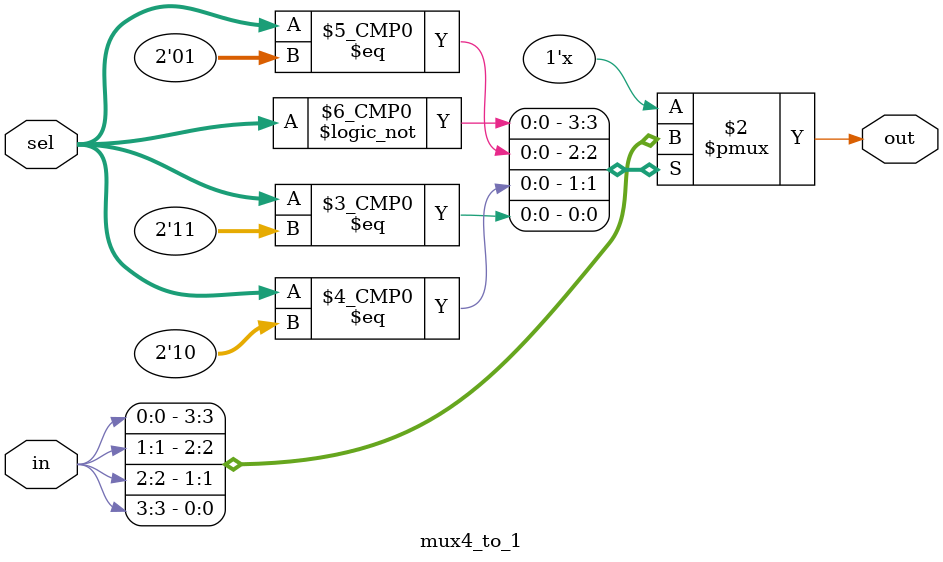
<source format=v>
module mux4_to_1(
    input [1:0] sel,
    input [3:0] in,
    output reg out
);

always @(*) begin // change execution from parallel to sequential for this block of code. (code run line by line)
    case(sel)
        2'b00: out = in[0]; 
        2'b01: out = in[1];
        2'b10: out = in[2];
        2'b11: out = in[3];
        default: out = 1'b0;
    endcase // for switch case
end // for begin

endmodule // for module

</source>
